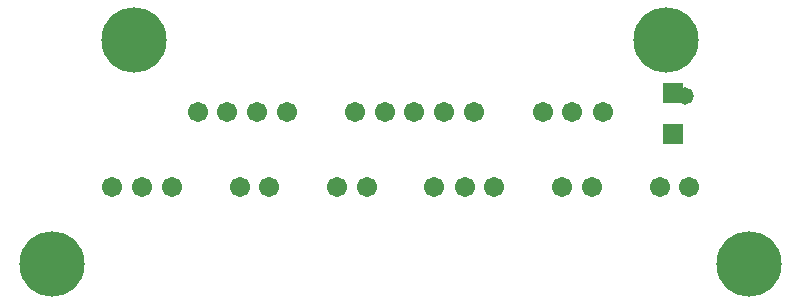
<source format=gts>
G04 Layer_Color=8388736*
%FSLAX25Y25*%
%MOIN*%
G70*
G01*
G75*
%ADD20R,0.06706X0.06706*%
%ADD21C,0.06706*%
%ADD22C,0.21745*%
%ADD23C,0.05800*%
D20*
X219063Y55110D02*
D03*
Y68890D02*
D03*
D21*
X195563Y62500D02*
D03*
X175563D02*
D03*
X185406D02*
D03*
X106957Y37500D02*
D03*
X116800D02*
D03*
X74458D02*
D03*
X84300D02*
D03*
X31800D02*
D03*
X51800D02*
D03*
X41958D02*
D03*
X152433Y62500D02*
D03*
X142591D02*
D03*
X132748D02*
D03*
X113063D02*
D03*
X122906D02*
D03*
X214458Y37500D02*
D03*
X224300D02*
D03*
X181957D02*
D03*
X191800D02*
D03*
X139300D02*
D03*
X159300D02*
D03*
X149458D02*
D03*
X90091Y62500D02*
D03*
X80248D02*
D03*
X60563D02*
D03*
X70406D02*
D03*
D22*
X216535Y86614D02*
D03*
X244094Y11811D02*
D03*
X39370Y86614D02*
D03*
X11811Y11811D02*
D03*
D23*
X223000Y68000D02*
D03*
M02*

</source>
